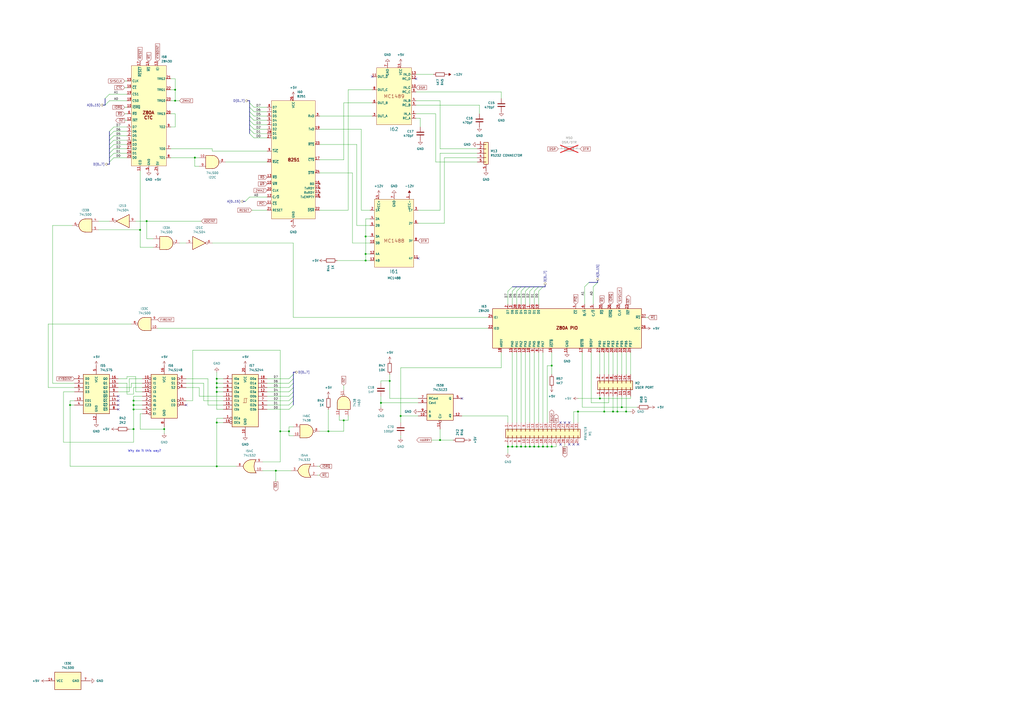
<source format=kicad_sch>
(kicad_sch (version 20250114) (generator "eeschema") (generator_version "9.0")
  (paper "A2")
  (text "Why do it this way?" (at 83.82 261.62 0) (effects (font (size 1.27 1.27))))
  (junction (at 125.73 270.51))
  (junction (at 358.14 238.76))
  (junction (at 363.22 238.76))
  (junction (at 125.73 222.25))
  (junction (at 40.64 234.95))
  (junction (at 125.73 219.71))
  (junction (at 160.02 273.05))
  (junction (at 350.52 238.76))
  (junction (at 347.98 231.14))
  (junction (at 212.09 151.13))
  (junction (at 320.04 259.08))
  (junction (at 309.88 259.08))
  (junction (at 125.73 224.79))
  (junction (at 81.28 133.35))
  (junction (at 77.47 234.95))
  (junction (at 232.41 241.3))
  (junction (at 220.98 233.68))
  (junction (at 314.96 259.08))
  (junction (at 113.03 91.44))
  (junction (at 167.64 250.19))
  (junction (at 302.26 259.08))
  (junction (at 162.56 250.19))
  (junction (at 304.8 259.08))
  (junction (at 307.34 259.08))
  (junction (at 77.47 237.49))
  (junction (at 85.09 128.27))
  (junction (at 360.68 236.22))
  (junction (at 101.6 58.42))
  (junction (at 226.06 220.98))
  (junction (at 101.6 52.07))
  (junction (at 320.04 212.09))
  (junction (at 255.27 255.27))
  (junction (at 212.09 147.32))
  (junction (at 95.25 248.92))
  (junction (at 212.09 137.16))
  (junction (at 77.47 248.92))
  (junction (at 190.5 250.19))
  (junction (at 317.5 259.08))
  (junction (at 355.6 238.76))
  (junction (at 77.47 232.41))
  (junction (at 125.73 227.33))
  (junction (at 125.73 245.11))
  (junction (at 312.42 259.08))
  (junction (at 199.39 243.84))
  (junction (at 297.18 259.08))
  (junction (at 335.28 238.76))
  (junction (at 299.72 259.08))
  (junction (at 294.64 259.08))
  (no_connect (at 330.2 257.81))
  (no_connect (at 242.57 149.86))
  (no_connect (at 68.58 234.95))
  (no_connect (at 335.28 257.81))
  (no_connect (at 241.3 45.72))
  (no_connect (at 68.58 229.87))
  (no_connect (at 267.97 231.14))
  (no_connect (at 327.66 245.11))
  (no_connect (at 215.9 44.45))
  (no_connect (at 107.95 234.95))
  (no_connect (at 330.2 245.11))
  (no_connect (at 325.12 257.81))
  (no_connect (at 68.58 232.41))
  (no_connect (at 332.74 257.81))
  (no_connect (at 325.12 245.11))
  (no_connect (at 68.58 237.49))
  (bus_entry (at 66.04 73.66) (size -2.54 2.54))
  (bus_entry (at 147.32 64.77) (size -2.54 -2.54))
  (bus_entry (at 147.32 72.39) (size -2.54 -2.54))
  (bus_entry (at 167.64 222.25) (size 2.54 -2.54))
  (bus_entry (at 344.17 166.37) (size 2.54 -2.54))
  (bus_entry (at 147.32 74.93) (size -2.54 -2.54))
  (bus_entry (at 147.32 69.85) (size -2.54 -2.54))
  (bus_entry (at 63.5 54.61) (size -2.54 2.54))
  (bus_entry (at 167.64 224.79) (size 2.54 -2.54))
  (bus_entry (at 66.04 88.9) (size -2.54 2.54))
  (bus_entry (at 66.04 86.36) (size -2.54 2.54))
  (bus_entry (at 167.64 229.87) (size 2.54 -2.54))
  (bus_entry (at 309.88 168.91) (size 2.54 -2.54))
  (bus_entry (at 66.04 83.82) (size -2.54 2.54))
  (bus_entry (at 307.34 168.91) (size 2.54 -2.54))
  (bus_entry (at 304.8 168.91) (size 2.54 -2.54))
  (bus_entry (at 147.32 67.31) (size -2.54 -2.54))
  (bus_entry (at 147.32 77.47) (size -2.54 -2.54))
  (bus_entry (at 144.78 114.3) (size -2.54 2.54))
  (bus_entry (at 147.32 62.23) (size -2.54 -2.54))
  (bus_entry (at 66.04 91.44) (size -2.54 2.54))
  (bus_entry (at 66.04 76.2) (size -2.54 2.54))
  (bus_entry (at 167.64 227.33) (size 2.54 -2.54))
  (bus_entry (at 167.64 234.95) (size 2.54 -2.54))
  (bus_entry (at 167.64 219.71) (size 2.54 -2.54))
  (bus_entry (at 294.64 168.91) (size 2.54 -2.54))
  (bus_entry (at 66.04 81.28) (size -2.54 2.54))
  (bus_entry (at 339.09 166.37) (size 2.54 -2.54))
  (bus_entry (at 167.64 237.49) (size 2.54 -2.54))
  (bus_entry (at 66.04 78.74) (size -2.54 2.54))
  (bus_entry (at 297.18 168.91) (size 2.54 -2.54))
  (bus_entry (at 63.5 58.42) (size -2.54 2.54))
  (bus_entry (at 167.64 232.41) (size 2.54 -2.54))
  (bus_entry (at 302.26 168.91) (size 2.54 -2.54))
  (bus_entry (at 312.42 168.91) (size 2.54 -2.54))
  (bus_entry (at 299.72 168.91) (size 2.54 -2.54))
  (bus_entry (at 147.32 80.01) (size -2.54 -2.54))
  (bus (pts (xy 170.18 215.9) (xy 170.18 217.17)))
  (wire (pts (xy 40.64 232.41) (xy 40.64 234.95)))
  (wire (pts (xy 125.73 224.79) (xy 129.54 224.79)))
  (wire (pts (xy 226.06 231.14) (xy 226.06 220.98)))
  (wire (pts (xy 299.72 176.53) (xy 299.72 168.91)))
  (wire (pts (xy 314.96 259.08) (xy 317.5 259.08)))
  (wire (pts (xy 73.66 81.28) (xy 66.04 81.28)))
  (wire (pts (xy 154.94 72.39) (xy 147.32 72.39)))
  (bus (pts (xy 170.18 217.17) (xy 170.18 219.71)))
  (wire (pts (xy 241.3 68.58) (xy 243.84 68.58)))
  (wire (pts (xy 241.3 66.04) (xy 252.73 66.04)))
  (bus (pts (xy 59.69 60.96) (xy 60.96 60.96)))
  (wire (pts (xy 312.42 259.08) (xy 314.96 259.08)))
  (wire (pts (xy 299.72 259.08) (xy 302.26 259.08)))
  (wire (pts (xy 115.57 229.87) (xy 129.54 229.87)))
  (wire (pts (xy 77.47 224.79) (xy 82.55 224.79)))
  (wire (pts (xy 91.44 190.5) (xy 283.21 190.5)))
  (bus (pts (xy 63.5 93.98) (xy 63.5 91.44)))
  (wire (pts (xy 88.9 143.51) (xy 81.28 143.51)))
  (wire (pts (xy 125.73 227.33) (xy 129.54 227.33)))
  (wire (pts (xy 304.8 257.81) (xy 304.8 259.08)))
  (wire (pts (xy 320.04 259.08) (xy 322.58 259.08)))
  (bus (pts (xy 63.5 88.9) (xy 63.5 86.36)))
  (wire (pts (xy 73.66 76.2) (xy 66.04 76.2)))
  (wire (pts (xy 78.74 227.33) (xy 82.55 227.33)))
  (wire (pts (xy 185.42 121.92) (xy 201.93 121.92)))
  (wire (pts (xy 232.41 213.36) (xy 290.83 213.36)))
  (wire (pts (xy 30.48 130.81) (xy 30.48 222.25)))
  (wire (pts (xy 369.57 236.22) (xy 360.68 236.22)))
  (wire (pts (xy 358.14 238.76) (xy 355.6 238.76)))
  (wire (pts (xy 360.68 236.22) (xy 337.82 236.22)))
  (wire (pts (xy 77.47 248.92) (xy 77.47 256.54)))
  (wire (pts (xy 304.8 176.53) (xy 304.8 168.91)))
  (wire (pts (xy 78.74 218.44) (xy 78.74 227.33)))
  (wire (pts (xy 73.66 58.42) (xy 63.5 58.42)))
  (wire (pts (xy 85.09 138.43) (xy 85.09 128.27)))
  (wire (pts (xy 355.6 204.47) (xy 355.6 217.17)))
  (wire (pts (xy 77.47 232.41) (xy 82.55 232.41)))
  (wire (pts (xy 111.76 232.41) (xy 111.76 203.2)))
  (wire (pts (xy 129.54 237.49) (xy 125.73 237.49)))
  (wire (pts (xy 154.94 227.33) (xy 167.64 227.33)))
  (wire (pts (xy 118.11 232.41) (xy 129.54 232.41)))
  (wire (pts (xy 154.94 229.87) (xy 167.64 229.87)))
  (wire (pts (xy 201.93 121.92) (xy 201.93 52.07)))
  (wire (pts (xy 302.26 257.81) (xy 302.26 259.08)))
  (wire (pts (xy 185.42 67.31) (xy 215.9 67.31)))
  (wire (pts (xy 95.25 248.92) (xy 95.25 251.46)))
  (wire (pts (xy 73.66 54.61) (xy 63.5 54.61)))
  (wire (pts (xy 347.98 229.87) (xy 347.98 231.14)))
  (wire (pts (xy 27.94 224.79) (xy 43.18 224.79)))
  (wire (pts (xy 307.34 204.47) (xy 307.34 245.11)))
  (wire (pts (xy 309.88 176.53) (xy 309.88 168.91)))
  (wire (pts (xy 297.18 259.08) (xy 299.72 259.08)))
  (wire (pts (xy 353.06 233.68) (xy 353.06 229.87)))
  (wire (pts (xy 74.93 219.71) (xy 82.55 219.71)))
  (wire (pts (xy 57.15 133.35) (xy 81.28 133.35)))
  (bus (pts (xy 309.88 166.37) (xy 307.34 166.37)))
  (wire (pts (xy 207.01 83.82) (xy 207.01 130.81)))
  (wire (pts (xy 154.94 219.71) (xy 167.64 219.71)))
  (bus (pts (xy 144.78 58.42) (xy 144.78 59.69)))
  (wire (pts (xy 299.72 204.47) (xy 299.72 245.11)))
  (wire (pts (xy 214.63 121.92) (xy 209.55 121.92)))
  (bus (pts (xy 144.78 74.93) (xy 144.78 77.47)))
  (wire (pts (xy 170.18 247.65) (xy 167.64 247.65)))
  (wire (pts (xy 154.94 64.77) (xy 147.32 64.77)))
  (wire (pts (xy 107.95 140.97) (xy 104.14 140.97)))
  (wire (pts (xy 204.47 140.97) (xy 204.47 100.33)))
  (bus (pts (xy 170.18 232.41) (xy 170.18 234.95)))
  (wire (pts (xy 154.94 232.41) (xy 167.64 232.41)))
  (wire (pts (xy 167.64 252.73) (xy 170.18 252.73)))
  (wire (pts (xy 118.11 222.25) (xy 118.11 232.41)))
  (wire (pts (xy 125.73 224.79) (xy 125.73 222.25)))
  (wire (pts (xy 337.82 236.22) (xy 337.82 204.47)))
  (bus (pts (xy 171.45 215.9) (xy 170.18 215.9)))
  (wire (pts (xy 302.26 176.53) (xy 302.26 168.91)))
  (wire (pts (xy 290.83 53.34) (xy 241.3 53.34)))
  (bus (pts (xy 140.97 116.84) (xy 142.24 116.84)))
  (wire (pts (xy 77.47 256.54) (xy 36.83 256.54)))
  (wire (pts (xy 317.5 212.09) (xy 320.04 212.09)))
  (wire (pts (xy 365.76 231.14) (xy 365.76 229.87)))
  (wire (pts (xy 125.73 237.49) (xy 125.73 227.33)))
  (wire (pts (xy 312.42 204.47) (xy 312.42 245.11)))
  (wire (pts (xy 107.95 224.79) (xy 115.57 224.79)))
  (wire (pts (xy 199.39 223.52) (xy 199.39 226.06)))
  (wire (pts (xy 335.28 231.14) (xy 347.98 231.14)))
  (wire (pts (xy 73.66 78.74) (xy 66.04 78.74)))
  (wire (pts (xy 125.73 222.25) (xy 125.73 219.71)))
  (wire (pts (xy 154.94 74.93) (xy 147.32 74.93)))
  (wire (pts (xy 74.93 227.33) (xy 74.93 219.71)))
  (wire (pts (xy 125.73 215.9) (xy 125.73 219.71)))
  (wire (pts (xy 57.15 128.27) (xy 63.5 128.27)))
  (wire (pts (xy 355.6 229.87) (xy 355.6 238.76)))
  (wire (pts (xy 190.5 250.19) (xy 199.39 250.19)))
  (bus (pts (xy 144.78 59.69) (xy 144.78 62.23)))
  (wire (pts (xy 154.94 77.47) (xy 147.32 77.47)))
  (wire (pts (xy 255.27 86.36) (xy 276.86 86.36)))
  (wire (pts (xy 111.76 203.2) (xy 162.56 203.2)))
  (wire (pts (xy 365.76 204.47) (xy 365.76 217.17)))
  (wire (pts (xy 332.74 238.76) (xy 332.74 245.11)))
  (wire (pts (xy 40.64 270.51) (xy 125.73 270.51)))
  (wire (pts (xy 358.14 204.47) (xy 358.14 217.17)))
  (wire (pts (xy 207.01 130.81) (xy 214.63 130.81)))
  (bus (pts (xy 63.5 91.44) (xy 63.5 88.9)))
  (wire (pts (xy 68.58 224.79) (xy 76.2 224.79)))
  (wire (pts (xy 232.41 241.3) (xy 232.41 213.36)))
  (wire (pts (xy 185.42 92.71) (xy 199.39 92.71)))
  (wire (pts (xy 242.57 121.92) (xy 255.27 121.92)))
  (wire (pts (xy 129.54 242.57) (xy 125.73 242.57)))
  (wire (pts (xy 322.58 257.81) (xy 322.58 259.08)))
  (wire (pts (xy 101.6 73.66) (xy 99.06 73.66)))
  (wire (pts (xy 251.46 43.18) (xy 241.3 43.18)))
  (wire (pts (xy 185.42 275.59) (xy 184.15 275.59)))
  (wire (pts (xy 327.66 259.08) (xy 327.66 257.81)))
  (wire (pts (xy 309.88 204.47) (xy 309.88 245.11)))
  (wire (pts (xy 160.02 273.05) (xy 168.91 273.05)))
  (wire (pts (xy 214.63 147.32) (xy 212.09 147.32)))
  (wire (pts (xy 72.39 50.8) (xy 73.66 50.8)))
  (wire (pts (xy 72.39 62.23) (xy 73.66 62.23)))
  (wire (pts (xy 320.04 257.81) (xy 320.04 259.08)))
  (wire (pts (xy 81.28 248.92) (xy 95.25 248.92)))
  (wire (pts (xy 95.25 248.92) (xy 95.25 247.65)))
  (wire (pts (xy 27.94 187.96) (xy 27.94 224.79)))
  (bus (pts (xy 304.8 166.37) (xy 302.26 166.37)))
  (wire (pts (xy 297.18 204.47) (xy 297.18 245.11)))
  (wire (pts (xy 375.92 184.15) (xy 374.65 184.15)))
  (wire (pts (xy 30.48 222.25) (xy 43.18 222.25)))
  (wire (pts (xy 363.22 204.47) (xy 363.22 217.17)))
  (wire (pts (xy 220.98 233.68) (xy 220.98 236.22)))
  (bus (pts (xy 170.18 229.87) (xy 170.18 232.41)))
  (wire (pts (xy 68.58 219.71) (xy 73.66 219.71)))
  (wire (pts (xy 294.64 241.3) (xy 294.64 245.11)))
  (wire (pts (xy 307.34 257.81) (xy 307.34 259.08)))
  (wire (pts (xy 154.94 224.79) (xy 167.64 224.79)))
  (wire (pts (xy 40.64 234.95) (xy 40.64 270.51)))
  (wire (pts (xy 82.55 229.87) (xy 77.47 229.87)))
  (wire (pts (xy 255.27 255.27) (xy 255.27 248.92)))
  (wire (pts (xy 201.93 243.84) (xy 199.39 243.84)))
  (wire (pts (xy 73.66 88.9) (xy 66.04 88.9)))
  (wire (pts (xy 99.06 86.36) (xy 123.19 86.36)))
  (wire (pts (xy 360.68 204.47) (xy 360.68 217.17)))
  (wire (pts (xy 160.02 279.4) (xy 160.02 273.05)))
  (wire (pts (xy 154.94 69.85) (xy 147.32 69.85)))
  (wire (pts (xy 365.76 238.76) (xy 363.22 238.76)))
  (wire (pts (xy 232.41 241.3) (xy 232.41 245.11)))
  (wire (pts (xy 190.5 237.49) (xy 190.5 250.19)))
  (wire (pts (xy 154.94 62.23) (xy 147.32 62.23)))
  (wire (pts (xy 125.73 245.11) (xy 125.73 270.51)))
  (wire (pts (xy 81.28 240.03) (xy 81.28 248.92)))
  (bus (pts (xy 302.26 166.37) (xy 299.72 166.37)))
  (bus (pts (xy 170.18 224.79) (xy 170.18 227.33)))
  (wire (pts (xy 99.06 66.04) (xy 101.6 66.04)))
  (wire (pts (xy 317.5 257.81) (xy 317.5 259.08)))
  (wire (pts (xy 242.57 129.54) (xy 257.81 129.54)))
  (wire (pts (xy 81.28 133.35) (xy 81.28 99.06)))
  (wire (pts (xy 73.66 228.6) (xy 77.47 228.6)))
  (wire (pts (xy 125.73 222.25) (xy 129.54 222.25)))
  (wire (pts (xy 363.22 238.76) (xy 358.14 238.76)))
  (wire (pts (xy 72.39 69.85) (xy 73.66 69.85)))
  (wire (pts (xy 309.88 257.81) (xy 309.88 259.08)))
  (bus (pts (xy 170.18 222.25) (xy 170.18 224.79)))
  (wire (pts (xy 154.94 80.01) (xy 147.32 80.01)))
  (wire (pts (xy 220.98 220.98) (xy 226.06 220.98)))
  (wire (pts (xy 342.9 233.68) (xy 353.06 233.68)))
  (wire (pts (xy 302.26 259.08) (xy 304.8 259.08)))
  (wire (pts (xy 242.57 241.3) (xy 232.41 241.3)))
  (bus (pts (xy 312.42 166.37) (xy 309.88 166.37)))
  (wire (pts (xy 123.19 140.97) (xy 170.18 140.97)))
  (wire (pts (xy 115.57 96.52) (xy 113.03 96.52)))
  (wire (pts (xy 162.56 250.19) (xy 162.56 267.97)))
  (wire (pts (xy 214.63 127) (xy 212.09 127)))
  (wire (pts (xy 125.73 219.71) (xy 129.54 219.71)))
  (wire (pts (xy 347.98 231.14) (xy 365.76 231.14)))
  (bus (pts (xy 144.78 72.39) (xy 144.78 74.93)))
  (wire (pts (xy 81.28 143.51) (xy 81.28 133.35)))
  (wire (pts (xy 77.47 237.49) (xy 77.47 248.92)))
  (wire (pts (xy 212.09 127) (xy 212.09 137.16)))
  (wire (pts (xy 82.55 240.03) (xy 81.28 240.03)))
  (wire (pts (xy 74.93 248.92) (xy 77.47 248.92)))
  (wire (pts (xy 115.57 224.79) (xy 115.57 229.87)))
  (wire (pts (xy 107.95 219.71) (xy 120.65 219.71)))
  (wire (pts (xy 267.97 241.3) (xy 294.64 241.3)))
  (bus (pts (xy 144.78 69.85) (xy 144.78 72.39)))
  (wire (pts (xy 101.6 45.72) (xy 101.6 52.07)))
  (wire (pts (xy 297.18 257.81) (xy 297.18 259.08)))
  (wire (pts (xy 154.94 87.63) (xy 123.19 87.63)))
  (wire (pts (xy 252.73 66.04) (xy 252.73 93.98)))
  (wire (pts (xy 125.73 245.11) (xy 129.54 245.11)))
  (bus (pts (xy 170.18 227.33) (xy 170.18 229.87)))
  (bus (pts (xy 62.23 95.25) (xy 63.5 95.25)))
  (wire (pts (xy 40.64 234.95) (xy 43.18 234.95)))
  (wire (pts (xy 77.47 234.95) (xy 82.55 234.95)))
  (bus (pts (xy 63.5 83.82) (xy 63.5 81.28)))
  (wire (pts (xy 220.98 229.87) (xy 220.98 233.68)))
  (wire (pts (xy 299.72 257.81) (xy 299.72 259.08)))
  (bus (pts (xy 346.71 163.83) (xy 341.63 163.83)))
  (wire (pts (xy 185.42 270.51) (xy 184.15 270.51)))
  (wire (pts (xy 304.8 259.08) (xy 307.34 259.08)))
  (wire (pts (xy 76.2 224.79) (xy 76.2 222.25)))
  (wire (pts (xy 226.06 217.17) (xy 226.06 220.98)))
  (wire (pts (xy 130.81 93.98) (xy 154.94 93.98)))
  (bus (pts (xy 144.78 67.31) (xy 144.78 69.85)))
  (bus (pts (xy 314.96 166.37) (xy 312.42 166.37)))
  (wire (pts (xy 36.83 256.54) (xy 36.83 227.33)))
  (wire (pts (xy 320.04 212.09) (xy 320.04 217.17)))
  (wire (pts (xy 101.6 52.07) (xy 101.6 58.42)))
  (wire (pts (xy 170.18 140.97) (xy 170.18 184.15)))
  (wire (pts (xy 262.89 255.27) (xy 255.27 255.27)))
  (wire (pts (xy 113.03 96.52) (xy 113.03 91.44)))
  (wire (pts (xy 294.64 259.08) (xy 297.18 259.08)))
  (wire (pts (xy 99.06 45.72) (xy 101.6 45.72)))
  (wire (pts (xy 123.19 87.63) (xy 123.19 86.36)))
  (bus (pts (xy 316.23 166.37) (xy 314.96 166.37)))
  (bus (pts (xy 63.5 81.28) (xy 63.5 78.74)))
  (wire (pts (xy 255.27 58.42) (xy 255.27 86.36)))
  (wire (pts (xy 339.09 176.53) (xy 339.09 166.37)))
  (wire (pts (xy 242.57 231.14) (xy 226.06 231.14)))
  (wire (pts (xy 199.39 59.69) (xy 215.9 59.69)))
  (wire (pts (xy 307.34 259.08) (xy 309.88 259.08)))
  (wire (pts (xy 335.28 238.76) (xy 335.28 245.11)))
  (wire (pts (xy 72.39 66.04) (xy 73.66 66.04)))
  (wire (pts (xy 99.06 52.07) (xy 101.6 52.07)))
  (wire (pts (xy 294.64 257.81) (xy 294.64 259.08)))
  (wire (pts (xy 278.13 60.96) (xy 278.13 66.04)))
  (wire (pts (xy 214.63 140.97) (xy 204.47 140.97)))
  (wire (pts (xy 154.94 222.25) (xy 167.64 222.25)))
  (wire (pts (xy 73.66 83.82) (xy 66.04 83.82)))
  (wire (pts (xy 320.04 212.09) (xy 320.04 204.47)))
  (wire (pts (xy 199.39 92.71) (xy 199.39 59.69)))
  (wire (pts (xy 335.28 238.76) (xy 332.74 238.76)))
  (wire (pts (xy 185.42 83.82) (xy 207.01 83.82)))
  (wire (pts (xy 294.64 259.08) (xy 294.64 262.89)))
  (bus (pts (xy 60.96 60.96) (xy 60.96 57.15)))
  (wire (pts (xy 68.58 222.25) (xy 73.66 222.25)))
  (wire (pts (xy 73.66 219.71) (xy 73.66 218.44)))
  (bus (pts (xy 316.23 165.1) (xy 316.23 166.37)))
  (wire (pts (xy 162.56 250.19) (xy 167.64 250.19)))
  (wire (pts (xy 125.73 270.51) (xy 137.16 270.51)))
  (wire (pts (xy 317.5 245.11) (xy 317.5 212.09)))
  (wire (pts (xy 201.93 241.3) (xy 201.93 243.84)))
  (wire (pts (xy 154.94 67.31) (xy 147.32 67.31)))
  (wire (pts (xy 146.05 121.92) (xy 154.94 121.92)))
  (bus (pts (xy 63.5 95.25) (xy 63.5 93.98)))
  (wire (pts (xy 243.84 68.58) (xy 243.84 73.66)))
  (wire (pts (xy 77.47 228.6) (xy 77.47 224.79)))
  (bus (pts (xy 144.78 62.23) (xy 144.78 64.77)))
  (wire (pts (xy 314.96 204.47) (xy 314.96 245.11)))
  (wire (pts (xy 204.47 100.33) (xy 185.42 100.33)))
  (wire (pts (xy 77.47 229.87) (xy 77.47 232.41)))
  (wire (pts (xy 125.73 242.57) (xy 125.73 245.11)))
  (wire (pts (xy 344.17 176.53) (xy 344.17 166.37)))
  (wire (pts (xy 314.96 257.81) (xy 314.96 259.08)))
  (wire (pts (xy 41.91 130.81) (xy 30.48 130.81)))
  (bus (pts (xy 299.72 166.37) (xy 297.18 166.37)))
  (wire (pts (xy 43.18 232.41) (xy 40.64 232.41)))
  (wire (pts (xy 85.09 128.27) (xy 78.74 128.27)))
  (wire (pts (xy 73.66 218.44) (xy 78.74 218.44)))
  (wire (pts (xy 257.81 91.44) (xy 276.86 91.44)))
  (wire (pts (xy 309.88 259.08) (xy 312.42 259.08)))
  (wire (pts (xy 199.39 250.19) (xy 199.39 243.84)))
  (wire (pts (xy 120.65 234.95) (xy 129.54 234.95)))
  (wire (pts (xy 73.66 73.66) (xy 66.04 73.66)))
  (bus (pts (xy 346.71 162.56) (xy 346.71 163.83)))
  (wire (pts (xy 185.42 250.19) (xy 190.5 250.19)))
  (wire (pts (xy 154.94 234.95) (xy 167.64 234.95)))
  (wire (pts (xy 170.18 184.15) (xy 283.21 184.15)))
  (wire (pts (xy 101.6 66.04) (xy 101.6 73.66)))
  (wire (pts (xy 232.41 252.73) (xy 232.41 254)))
  (wire (pts (xy 212.09 147.32) (xy 212.09 151.13)))
  (wire (pts (xy 250.19 255.27) (xy 255.27 255.27)))
  (wire (pts (xy 347.98 204.47) (xy 347.98 217.17)))
  (wire (pts (xy 255.27 121.92) (xy 255.27 88.9)))
  (wire (pts (xy 73.66 86.36) (xy 66.04 86.36)))
  (wire (pts (xy 290.83 213.36) (xy 290.83 204.47)))
  (wire (pts (xy 160.02 273.05) (xy 152.4 273.05)))
  (wire (pts (xy 196.85 243.84) (xy 196.85 241.3)))
  (wire (pts (xy 220.98 233.68) (xy 242.57 233.68)))
  (wire (pts (xy 353.06 204.47) (xy 353.06 217.17)))
  (wire (pts (xy 99.06 58.42) (xy 101.6 58.42)))
  (wire (pts (xy 167.64 247.65) (xy 167.64 250.19)))
  (wire (pts (xy 209.55 74.93) (xy 185.42 74.93)))
  (wire (pts (xy 304.8 204.47) (xy 304.8 245.11)))
  (wire (pts (xy 212.09 137.16) (xy 212.09 147.32)))
  (bus (pts (xy 143.51 58.42) (xy 144.78 58.42)))
  (wire (pts (xy 363.22 229.87) (xy 363.22 238.76)))
  (wire (pts (xy 342.9 204.47) (xy 342.9 233.68)))
  (wire (pts (xy 195.58 151.13) (xy 212.09 151.13)))
  (wire (pts (xy 68.58 227.33) (xy 74.93 227.33)))
  (wire (pts (xy 199.39 243.84) (xy 196.85 243.84)))
  (wire (pts (xy 317.5 259.08) (xy 320.04 259.08)))
  (wire (pts (xy 72.39 46.99) (xy 73.66 46.99)))
  (wire (pts (xy 73.66 222.25) (xy 73.66 228.6)))
  (wire (pts (xy 113.03 91.44) (xy 115.57 91.44)))
  (wire (pts (xy 214.63 137.16) (xy 212.09 137.16)))
  (wire (pts (xy 120.65 219.71) (xy 120.65 234.95)))
  (wire (pts (xy 294.64 176.53) (xy 294.64 168.91)))
  (wire (pts (xy 252.73 93.98) (xy 276.86 93.98)))
  (wire (pts (xy 73.66 91.44) (xy 66.04 91.44)))
  (wire (pts (xy 101.6 58.42) (xy 104.14 58.42)))
  (wire (pts (xy 76.2 222.25) (xy 82.55 222.25)))
  (bus (pts (xy 307.34 166.37) (xy 304.8 166.37)))
  (wire (pts (xy 107.95 222.25) (xy 118.11 222.25)))
  (bus (pts (xy 170.18 219.71) (xy 170.18 222.25)))
  (bus (pts (xy 63.5 78.74) (xy 63.5 76.2)))
  (wire (pts (xy 209.55 121.92) (xy 209.55 74.93)))
  (wire (pts (xy 312.42 176.53) (xy 312.42 168.91)))
  (wire (pts (xy 290.83 57.15) (xy 290.83 53.34)))
  (bus (pts (xy 144.78 64.77) (xy 144.78 67.31)))
  (wire (pts (xy 99.06 91.44) (xy 113.03 91.44)))
  (wire (pts (xy 201.93 52.07) (xy 215.9 52.07)))
  (wire (pts (xy 77.47 232.41) (xy 77.47 234.95)))
  (wire (pts (xy 125.73 227.33) (xy 125.73 224.79)))
  (wire (pts (xy 77.47 234.95) (xy 77.47 237.49)))
  (wire (pts (xy 355.6 238.76) (xy 350.52 238.76)))
  (wire (pts (xy 36.83 227.33) (xy 43.18 227.33)))
  (wire (pts (xy 360.68 229.87) (xy 360.68 236.22)))
  (wire (pts (xy 220.98 222.25) (xy 220.98 220.98)))
  (wire (pts (xy 76.2 187.96) (xy 27.94 187.96)))
  (bus (pts (xy 63.5 86.36) (xy 63.5 83.82)))
  (wire (pts (xy 307.34 176.53) (xy 307.34 168.91)))
  (wire (pts (xy 297.18 176.53) (xy 297.18 168.91)))
  (wire (pts (xy 350.52 229.87) (xy 350.52 238.76)))
  (wire (pts (xy 241.3 58.42) (xy 255.27 58.42)))
  (wire (pts (xy 88.9 138.43) (xy 85.09 138.43)))
  (wire (pts (xy 302.26 204.47) (xy 302.26 245.11)))
  (wire (pts (xy 255.27 88.9) (xy 276.86 88.9)))
  (wire (pts (xy 350.52 204.47) (xy 350.52 217.17)))
  (wire (pts (xy 358.14 229.87) (xy 358.14 238.76)))
  (wire (pts (xy 116.84 128.27) (xy 85.09 128.27)))
  (wire (pts (xy 312.42 257.81) (xy 312.42 259.08)))
  (wire (pts (xy 257.81 129.54) (xy 257.81 91.44)))
  (wire (pts (xy 162.56 203.2) (xy 162.56 250.19)))
  (wire (pts (xy 335.28 238.76) (xy 350.52 238.76)))
  (wire (pts (xy 167.64 250.19) (xy 167.64 252.73)))
  (wire (pts (xy 154.94 237.49) (xy 167.64 237.49)))
  (wire (pts (xy 77.47 237.49) (xy 82.55 237.49)))
  (wire (pts (xy 212.09 151.13) (xy 214.63 151.13)))
  (wire (pts (xy 241.3 60.96) (xy 278.13 60.96)))
  (wire (pts (xy 162.56 267.97) (xy 152.4 267.97)))
  (wire (pts (xy 107.95 232.41) (xy 111.76 232.41)))
  (wire (pts (xy 154.94 114.3) (xy 144.78 114.3)))
  (label "D4" (at 148.59 69.85 0))
  (label "D6" (at 148.59 64.77 0))
  (label "D6" (at 161.29 222.25 180))
  (label "D5" (at 148.59 67.31 0))
  (label "D3" (at 304.8 170.18 270))
  (label "D1" (at 309.88 170.18 270))
  (label "D3" (at 148.59 72.39 0))
  (label "D7" (at 161.29 219.71 180))
  (label "D6" (at 297.18 170.18 270))
  (label "D3" (at 67.31 83.82 0))
  (label "D2" (at 307.34 170.18 270))
  (label "D0" (at 148.59 80.01 0))
  (label "D6" (at 67.31 76.2 0))
  (label "A1" (at 339.09 171.45 90))
  (label "D4" (at 161.29 227.33 180))
  (label "D5" (at 299.72 170.18 270))
  (label "A0" (at 68.58 58.42 180))
  (label "D2" (at 161.29 232.41 180))
  (label "D7" (at 294.64 170.18 270))
  (label "A0" (at 149.86 114.3 180))
  (label "D0" (at 67.31 91.44 0))
  (label "D0" (at 312.42 170.18 270))
  (label "D1" (at 148.59 77.47 0))
  (label "D5" (at 161.29 224.79 180))
  (label "A1" (at 68.58 54.61 180))
  (label "D7" (at 67.31 73.66 0))
  (label "D4" (at 67.31 81.28 0))
  (label "D7" (at 148.59 62.23 0))
  (label "D1" (at 67.31 88.9 0))
  (label "D2" (at 148.59 74.93 0))
  (label "D1" (at 161.29 234.95 180))
  (label "A0" (at 344.17 171.45 90))
  (label "D0" (at 161.29 237.49 180))
  (label "D3" (at 161.29 229.87 180))
  (label "D2" (at 67.31 86.36 0))
  (label "D4" (at 302.26 170.18 270))
  (label "D5" (at 67.31 78.74 0))
  (global_label "FIREINT" (shape input) (at 91.44 185.42 0) (property "Intersheetrefs" "${INTERSHEET_REFS}" (effects (hide yes))))
  (global_label "~{INT}" (shape output) (at 364.49 176.53 90) (property "Intersheetrefs" "${INTERSHEET_REFS}" (effects (hide yes))))
  (global_label "~{IORQ}" (shape input) (at 354.33 176.53 90) (property "Intersheetrefs" "${INTERSHEET_REFS}" (effects (hide yes))))
  (global_label "DSR" (shape input) (at 323.85 86.36 180) (property "Intersheetrefs" "${INTERSHEET_REFS}" (effects (hide yes))))
  (global_label "~{ERR}" (shape output) (at 327.66 259.08 270) (property "Intersheetrefs" "${INTERSHEET_REFS}" (effects (hide yes))))
  (global_label "BUSY" (shape output) (at 320.04 245.11 90) (property "Intersheetrefs" "${INTERSHEET_REFS}" (effects (hide yes))))
  (global_label "RESET" (shape input) (at 146.05 121.92 180) (property "Intersheetrefs" "${INTERSHEET_REFS}" (effects (hide yes))))
  (global_label "~{RESET}" (shape input) (at 81.28 35.56 90) (property "Intersheetrefs" "${INTERSHEET_REFS}" (effects (hide yes))))
  (global_label "~{WR}" (shape input) (at 154.94 106.68 180) (property "Intersheetrefs" "${INTERSHEET_REFS}" (effects (hide yes))))
  (global_label "~{INA}" (shape output) (at 160.02 279.4 270) (property "Intersheetrefs" "${INTERSHEET_REFS}" (effects (hide yes))))
  (global_label "~{M1}" (shape input) (at 86.36 35.56 90) (property "Intersheetrefs" "${INTERSHEET_REFS}" (effects (hide yes))))
  (global_label "~{KYBDINT}" (shape input) (at 43.18 219.71 180) (property "Intersheetrefs" "${INTERSHEET_REFS}" (effects (hide yes))))
  (global_label "PE" (shape output) (at 322.58 245.11 90) (property "Intersheetrefs" "${INTERSHEET_REFS}" (effects (hide yes))))
  (global_label "~{IORQ}" (shape input) (at 185.42 270.51 0) (property "Intersheetrefs" "${INTERSHEET_REFS}" (effects (hide yes))))
  (global_label "DSR" (shape input) (at 241.3 50.8 0) (property "Intersheetrefs" "${INTERSHEET_REFS}" (effects (hide yes))))
  (global_label "~{KYBDINT}" (shape input) (at 91.44 35.56 90) (property "Intersheetrefs" "${INTERSHEET_REFS}" (effects (hide yes))))
  (global_label "~{RD}" (shape input) (at 72.39 66.04 180) (property "Intersheetrefs" "${INTERSHEET_REFS}" (effects (hide yes))))
  (global_label "~{INT}" (shape input) (at 199.39 223.52 90) (property "Intersheetrefs" "${INTERSHEET_REFS}" (effects (hide yes))))
  (global_label "~{M1}" (shape input) (at 375.92 184.15 0) (property "Intersheetrefs" "${INTERSHEET_REFS}" (effects (hide yes))))
  (global_label "HARRY" (shape output) (at 250.19 255.27 180) (property "Intersheetrefs" "${INTERSHEET_REFS}" (effects (hide yes))))
  (global_label "~{PCI}" (shape input) (at 154.94 118.11 180) (property "Intersheetrefs" "${INTERSHEET_REFS}" (effects (hide yes))))
  (global_label "~{RD}" (shape input) (at 154.94 102.87 180) (property "Intersheetrefs" "${INTERSHEET_REFS}" (effects (hide yes))))
  (global_label "2MHZ" (shape input) (at 104.14 58.42 0) (property "Intersheetrefs" "${INTERSHEET_REFS}" (effects (hide yes))))
  (global_label "SYSCLK" (shape input) (at 359.41 176.53 90) (property "Intersheetrefs" "${INTERSHEET_REFS}" (effects (hide yes))))
  (global_label "~{ADCINT}" (shape input) (at 116.84 128.27 0) (property "Intersheetrefs" "${INTERSHEET_REFS}" (effects (hide yes))))
  (global_label "~{INT}" (shape output) (at 72.39 69.85 180) (property "Intersheetrefs" "${INTERSHEET_REFS}" (effects (hide yes))))
  (global_label "2MHZ" (shape input) (at 154.94 110.49 180) (property "Intersheetrefs" "${INTERSHEET_REFS}" (effects (hide yes))))
  (global_label "~{M1}" (shape input) (at 185.42 275.59 0) (property "Intersheetrefs" "${INTERSHEET_REFS}" (effects (hide yes))))
  (global_label "~{RD}" (shape input) (at 349.25 176.53 90) (property "Intersheetrefs" "${INTERSHEET_REFS}" (effects (hide yes))))
  (global_label "SYSCLK" (shape input) (at 72.39 46.99 180) (property "Intersheetrefs" "${INTERSHEET_REFS}" (effects (hide yes))))
  (global_label "DTR" (shape input) (at 242.57 139.7 0) (property "Intersheetrefs" "${INTERSHEET_REFS}" (effects (hide yes))))
  (global_label "DTR" (shape input) (at 336.55 86.36 0) (property "Intersheetrefs" "${INTERSHEET_REFS}" (effects (hide yes))))
  (global_label "~{IORQ}" (shape input) (at 72.39 62.23 180) (property "Intersheetrefs" "${INTERSHEET_REFS}" (effects (hide yes))))
  (global_label "~{PIO}" (shape input) (at 334.01 176.53 90) (property "Intersheetrefs" "${INTERSHEET_REFS}" (effects (hide yes))))
  (global_label "~{CTC}" (shape input) (at 72.39 50.8 180) (property "Intersheetrefs" "${INTERSHEET_REFS}" (effects (hide yes))))
  (hierarchical_label "A[0..15]" (shape output) (at 140.97 116.84 180))
  (hierarchical_label "D[0..7]" (shape output) (at 143.51 58.42 180))
  (hierarchical_label "A[0..15]" (shape output) (at 59.69 60.96 180))
  (hierarchical_label "D[0..7]" (shape output) (at 62.23 95.25 180))
  (hierarchical_label "D[0..7]" (shape output) (at 171.45 215.9 0))
  (hierarchical_label "D[0..7]" (shape output) (at 316.23 165.1 90))
  (hierarchical_label "A[0..15]" (shape output) (at 346.71 162.56 90))
  (symbol (lib_id "Connector_Generic:Conn_02x01") (at 328.93 86.36 0) (unit 1) (in_bom no) (dnp yes)
    (property "Reference" "M50" (at 330.2 80.01 0))
    (property "Value" "DSR/DTR" (at 330.2 82.55 0))
    (property "Footprint" "Einstein:C_Disc_10.16mm" (effects (hide yes)))
    (property "Description" "Generic connector, double row, 02x01, this symbol is compatible with counter-clockwise, top-bottom and odd-even numbering schemes., script generated (kicad-library-utils/schlib/autogen/connector/)" (effects (hide yes)))
  )
  (symbol (lib_id "Device:R") (at 373.38 236.22 270) (unit 1)
    (property "Reference" "R58" (at 372.1099 233.68 0) (effects (justify right)))
    (property "Value" "4K7" (at 374.65 233.68 0) (effects (justify right)))
    (property "Footprint" "Einstein:Resistor 12.70mm" (effects (hide yes)))
    (property "Description" "Resistor" (effects (hide yes)))
  )
  (symbol (lib_id "power:GND") (at 228.6 113.03 180) (unit 1)
    (property "Reference" "#PWR0132" (effects (hide yes)))
    (property "Value" "GND" (at 228.6 107.95 0))
    (property "Description" "Power symbol creates a global label with name \"GND\" , ground" (effects (hide yes)))
  )
  (symbol (lib_id "power:+5V") (at 55.88 212.09 0) (unit 1)
    (property "Reference" "#PWR0118" (effects (hide yes)))
    (property "Value" "+5V" (at 55.88 207.01 0))
    (property "Description" "Power symbol creates a global label with name \"+5V\"" (effects (hide yes)))
  )
  (symbol (lib_id "power:+12V") (at 219.71 113.03 0) (unit 1)
    (property "Reference" "#PWR0135" (effects (hide yes)))
    (property "Value" "+12V" (at 219.71 107.95 0))
    (property "Description" "Power symbol creates a global label with name \"+12V\"" (effects (hide yes)))
  )
  (symbol (lib_id "Einstein:MC1488") (at 228.6 135.89 0) (mirror x) (unit 1)
    (property "Reference" "I61" (at 228.6 157.48 0) (effects (font (size 2 2))))
    (property "Value" "MC1488" (at 228.6 161.29 0))
    (property "Footprint" "Einstein:DIP-14_W7.62mm" (effects (hide yes)))
  )
  (symbol (lib_id "power:+5V") (at 377.19 236.22 270) (mirror x) (unit 1)
    (property "Reference" "#PWR0149" (effects (hide yes)))
    (property "Value" "+5V" (at 381 236.2199 90) (effects (justify left)))
    (property "Description" "Power symbol creates a global label with name \"+5V\"" (effects (hide yes)))
  )
  (symbol (lib_id "Einstein:DIN_SERIAL_6") (at 281.94 88.9 0) (unit 1)
    (property "Reference" "M13" (at 284.48 87.6299 0) (effects (justify left)))
    (property "Value" "RS232 CONNECTOR" (at 284.48 90.1699 0) (effects (justify left)))
    (property "Footprint" "Einstein:DIN5_DOMINO" (effects (hide yes)))
  )
  (symbol (lib_id "74xx:74LS00") (at 49.53 130.81 0) (mirror y) (unit 2)
    (property "Reference" "I33" (at 49.5383 121.92 0))
    (property "Value" "74LS00" (at 49.5383 124.46 0))
    (property "Footprint" "Einstein:DIP-14_W7.62mm" (effects (hide yes)))
    (property "Datasheet" "http://www.ti.com/lit/gpn/sn74ls00" (effects (hide yes)))
    (property "Description" "quad 2-input NAND gate" (effects (hide yes)))
  )
  (symbol (lib_id "74xx:74LS75") (at 55.88 227.33 0) (unit 1)
    (property "Reference" "I55" (at 58.0233 212.09 0) (effects (justify left)))
    (property "Value" "74LS75" (at 58.0233 214.63 0) (effects (justify left)))
    (property "Footprint" "Einstein:DIP-16_W7.62mm" (effects (hide yes)))
    (property "Datasheet" "http://www.ti.com/lit/gpn/sn74LS75" (effects (hide yes)))
    (property "Description" "4-bit Latch" (effects (hide yes)))
  )
  (symbol (lib_id "74xx:74LS00") (at 96.52 140.97 0) (unit 1)
    (property "Reference" "I33" (at 96.5117 132.08 0))
    (property "Value" "74LS00" (at 96.5117 134.62 0))
    (property "Footprint" "Einstein:DIP-14_W7.62mm" (effects (hide yes)))
    (property "Datasheet" "http://www.ti.com/lit/gpn/sn74ls00" (effects (hide yes)))
    (property "Description" "quad 2-input NAND gate" (effects (hide yes)))
  )
  (symbol (lib_id "74xx:74LS00") (at 123.19 93.98 0) (mirror x) (unit 3)
    (property "Reference" "I22" (at 123.1817 102.87 0))
    (property "Value" "74LS00" (at 123.1817 100.33 0))
    (property "Footprint" "Einstein:DIP-14_W7.62mm" (effects (hide yes)))
    (property "Datasheet" "http://www.ti.com/lit/gpn/sn74ls00" (effects (hide yes)))
    (property "Description" "quad 2-input NAND gate" (effects (hide yes)))
  )
  (symbol (lib_id "Device:R") (at 266.7 255.27 270) (unit 1)
    (property "Reference" "R46" (at 267.9701 252.73 0) (effects (justify right)))
    (property "Value" "2K2" (at 265.4301 252.73 0) (effects (justify right)))
    (property "Footprint" "Einstein:Resistor 12.70mm" (effects (hide yes)))
    (property "Description" "Resistor" (effects (hide yes)))
  )
  (symbol (lib_id "power:GND") (at 242.57 238.76 270) (unit 1)
    (property "Reference" "#PWR0143" (effects (hide yes)))
    (property "Value" "GND" (at 238.76 238.7599 90) (effects (justify right)))
    (property "Description" "Power symbol creates a global label with name \"GND\" , ground" (effects (hide yes)))
  )
  (symbol (lib_id "Device:R") (at 320.04 220.98 180) (unit 1)
    (property "Reference" "R57" (at 322.58 219.7099 0) (effects (justify right)))
    (property "Value" "4K7" (at 322.58 222.25 0) (effects (justify right)))
    (property "Footprint" "Einstein:Resistor 12.70mm" (effects (hide yes)))
    (property "Description" "Resistor" (effects (hide yes)))
  )
  (symbol (lib_id "power:GND") (at 365.76 238.76 90) (unit 1)
    (property "Reference" "#PWR0142" (effects (hide yes)))
    (property "Value" "GND" (at 369.57 238.7599 90) (effects (justify right)))
    (property "Description" "Power symbol creates a global label with name \"GND\" , ground" (effects (hide yes)))
  )
  (symbol (lib_id "Connector_Generic:Conn_02x08_Odd_Even") (at 355.6 224.79 90) (unit 1)
    (property "Reference" "M2" (at 368.3 222.25 90) (effects (justify right)))
    (property "Value" "USER PORT" (at 368.3 224.79 90) (effects (justify right)))
    (property "Footprint" "Einstein:M2 PinHeader_2x08_P2.54mm" (effects (hide yes)))
    (property "Description" "Generic connector, double row, 02x08, odd/even pin numbering scheme (row 1 odd numbers, row 2 even numbers), script generated (kicad-library-utils/schlib/autogen/connector/)" (effects (hide yes)))
  )
  (symbol (lib_id "power:GND") (at 142.24 252.73 0) (unit 1)
    (property "Reference" "#PWR0124" (effects (hide yes)))
    (property "Value" "GND" (at 142.24 257.81 0))
    (property "Description" "Power symbol creates a global label with name \"GND\" , ground" (effects (hide yes)))
  )
  (symbol (lib_id "power:GND") (at 86.36 99.06 0) (unit 1)
    (property "Reference" "#PWR0115" (effects (hide yes)))
    (property "Value" "GND" (at 86.36 104.14 0))
    (property "Description" "Power symbol creates a global label with name \"GND\" , ground" (effects (hide yes)))
  )
  (symbol (lib_id "power:GND") (at 55.88 245.11 0) (unit 1)
    (property "Reference" "#PWR0119" (effects (hide yes)))
    (property "Value" "GND" (at 55.88 250.19 0))
    (property "Description" "Power symbol creates a global label with name \"GND\" , ground" (effects (hide yes)))
  )
  (symbol (lib_id "power:+5V") (at 26.67 394.97 90) (unit 1)
    (property "Reference" "#PWR0116" (effects (hide yes)))
    (property "Value" "+5V" (at 22.86 394.9699 90) (effects (justify left)))
    (property "Description" "Power symbol creates a global label with name \"+5V\"" (effects (hide yes)))
  )
  (symbol (lib_id "power:GND") (at 276.86 83.82 270) (unit 1)
    (property "Reference" "#PWR0130" (effects (hide yes)))
    (property "Value" "GND" (at 273.05 83.8199 90) (effects (justify right)))
    (property "Description" "Power symbol creates a global label with name \"GND\" , ground" (effects (hide yes)))
  )
  (symbol (lib_id "74xx:74LS244") (at 142.24 232.41 0) (unit 1)
    (property "Reference" "I57" (at 144.3833 212.09 0) (effects (justify left)))
    (property "Value" "74LS244" (at 144.3833 214.63 0) (effects (justify left)))
    (property "Footprint" "Einstein:DIP-20_W7.62mm" (effects (hide yes)))
    (property "Datasheet" "http://www.ti.com/lit/ds/symlink/sn74ls244.pdf" (effects (hide yes)))
    (property "Description" "Octal Buffer and Line Driver With 3-State Output, active-low enables, non-inverting outputs" (effects (hide yes)))
  )
  (symbol (lib_id "74xx:74LS38") (at 177.8 250.19 0) (unit 3)
    (property "Reference" "I46" (at 177.7917 241.3 0))
    (property "Value" "7438" (at 177.7917 243.84 0))
    (property "Footprint" "Einstein:DIP-14_W7.62mm" (effects (hide yes)))
    (property "Datasheet" "http://www.ti.com/lit/gpn/sn74LS38" (effects (hide yes)))
    (property "Description" "Quad Buffer 2-input NAND Open collector" (effects (hide yes)))
  )
  (symbol (lib_id "power:GND") (at 243.84 81.28 0) (unit 1)
    (property "Reference" "#PWR0134" (effects (hide yes)))
    (property "Value" "GND" (at 243.84 86.36 0))
    (property "Description" "Power symbol creates a global label with name \"GND\" , ground" (effects (hide yes)))
  )
  (symbol (lib_id "power:+5V") (at 170.18 55.88 0) (unit 1)
    (property "Reference" "#PWR0127" (effects (hide yes)))
    (property "Value" "+5V" (at 170.18 50.8 0))
    (property "Description" "Power symbol creates a global label with name \"+5V\"" (effects (hide yes)))
  )
  (symbol (lib_id "74xx:74LS00") (at 39.37 394.97 90) (unit 5)
    (property "Reference" "I33" (at 39.37 384.81 90))
    (property "Value" "74LS00" (at 39.37 387.35 90))
    (property "Footprint" "Einstein:DIP-14_W7.62mm" (effects (hide yes)))
    (property "Datasheet" "http://www.ti.com/lit/gpn/sn74ls00" (effects (hide yes)))
    (property "Description" "quad 2-input NAND gate" (effects (hide yes)))
  )
  (symbol (lib_id "power:GND") (at 220.98 236.22 0) (unit 1)
    (property "Reference" "#PWR0262" (effects (hide yes)))
    (property "Value" "GND" (at 220.98 241.3 0))
    (property "Description" "Power symbol creates a global label with name \"GND\" , ground" (effects (hide yes)))
  )
  (symbol (lib_id "power:GND") (at 328.93 204.47 0) (unit 1)
    (property "Reference" "#PWR0147" (effects (hide yes)))
    (property "Value" "GND" (at 328.93 209.55 0))
    (property "Description" "Power symbol creates a global label with name \"GND\" , ground" (effects (hide yes)))
  )
  (symbol (lib_id "Device:C") (at 278.13 69.85 0) (unit 1)
    (property "Reference" "C16" (at 274.32 68.5799 0) (effects (justify right)))
    (property "Value" "470pF" (at 274.32 71.1199 0) (effects (justify right)))
    (property "Footprint" "Einstein:C_Disc_12.7mm" (effects (hide yes)))
    (property "Description" "Unpolarized capacitor" (effects (hide yes)))
  )
  (symbol (lib_id "power:GND") (at 294.64 262.89 0) (unit 1)
    (property "Reference" "#PWR0141" (effects (hide yes)))
    (property "Value" "GND" (at 294.64 267.97 0))
    (property "Description" "Power symbol creates a global label with name \"GND\" , ground" (effects (hide yes)))
  )
  (symbol (lib_id "power:GND") (at 232.41 254 0) (unit 1)
    (property "Reference" "#PWR0269" (effects (hide yes)))
    (property "Value" "GND" (at 232.41 259.08 0))
    (property "Description" "Power symbol creates a global label with name \"GND\" , ground" (effects (hide yes)))
  )
  (symbol (lib_id "Device:C") (at 220.98 226.06 0) (unit 1)
    (property "Reference" "C18" (at 217.17 224.7899 0) (effects (justify right)))
    (property "Value" "1nF" (at 217.17 227.3299 0) (effects (justify right)))
    (property "Footprint" "Einstein:C_Disc_12.7mm" (effects (hide yes)))
    (property "Description" "Unpolarized capacitor" (effects (hide yes)))
  )
  (symbol (lib_id "Device:R") (at 191.77 151.13 90) (unit 1)
    (property "Reference" "R44" (at 190.4999 153.67 0) (effects (justify right)))
    (property "Value" "1K" (at 193.0399 153.67 0) (effects (justify right)))
    (property "Footprint" "Einstein:Resistor 12.70mm" (effects (hide yes)))
    (property "Description" "Resistor" (effects (hide yes)))
  )
  (symbol (lib_id "Device:C") (at 290.83 60.96 0) (unit 1)
    (property "Reference" "C15" (at 287.02 59.6899 0) (effects (justify right)))
    (property "Value" "470pF" (at 287.02 62.2299 0) (effects (justify right)))
    (property "Footprint" "Einstein:C_Disc_12.7mm" (effects (hide yes)))
    (property "Description" "Unpolarized capacitor" (effects (hide yes)))
  )
  (symbol (lib_id "power:+5V") (at 226.06 209.55 0) (mirror y) (unit 1)
    (property "Reference" "#PWR0144" (effects (hide yes)))
    (property "Value" "+5V" (at 226.06 204.47 0))
    (property "Description" "Power symbol creates a global label with name \"+5V\"" (effects (hide yes)))
  )
  (symbol (lib_id "power:+5V") (at 335.28 231.14 90) (mirror x) (unit 1)
    (property "Reference" "#PWR0150" (effects (hide yes)))
    (property "Value" "+5V" (at 331.47 231.1399 90) (effects (justify left)))
    (property "Description" "Power symbol creates a global label with name \"+5V\"" (effects (hide yes)))
  )
  (symbol (lib_id "power:+5V") (at 95.25 212.09 0) (unit 1)
    (property "Reference" "#PWR0121" (effects (hide yes)))
    (property "Value" "+5V" (at 95.25 207.01 0))
    (property "Description" "Power symbol creates a global label with name \"+5V\"" (effects (hide yes)))
  )
  (symbol (lib_id "power:-12V") (at 259.08 43.18 270) (unit 1)
    (property "Reference" "#PWR0140" (effects (hide yes)))
    (property "Value" "-12V" (at 262.89 43.1799 90) (effects (justify left)))
    (property "Description" "Power symbol creates a global label with name \"-12V\"" (effects (hide yes)))
  )
  (symbol (lib_id "power:GND") (at 52.07 394.97 90) (unit 1)
    (property "Reference" "#PWR0117" (effects (hide yes)))
    (property "Value" "GND" (at 55.88 394.9699 90) (effects (justify right)))
    (property "Description" "Power symbol creates a global label with name \"GND\" , ground" (effects (hide yes)))
  )
  (symbol (lib_id "power:+5V") (at 374.65 190.5 270) (mirror x) (unit 1)
    (property "Reference" "#PWR0148" (effects (hide yes)))
    (property "Value" "+5V" (at 378.46 190.4999 90) (effects (justify left)))
    (property "Description" "Power symbol creates a global label with name \"+5V\"" (effects (hide yes)))
  )
  (symbol (lib_id "Device:R") (at 71.12 248.92 90) (unit 1)
    (property "Reference" "R42" (at 71.12 242.57 90))
    (property "Value" "2K2" (at 71.12 245.11 90))
    (property "Footprint" "Einstein:Resistor 12.70mm" (effects (hide yes)))
    (property "Description" "Resistor" (effects (hide yes)))
  )
  (symbol (lib_id "power:GND") (at 290.83 64.77 0) (unit 1)
    (property "Reference" "#PWR0138" (effects (hide yes)))
    (property "Value" "GND" (at 290.83 69.85 0))
    (property "Description" "Power symbol creates a global label with name \"GND\" , ground" (effects (hide yes)))
  )
  (symbol (lib_id "power:+5V") (at 187.96 151.13 90) (mirror x) (unit 1)
    (property "Reference" "#PWR0137" (effects (hide yes)))
    (property "Value" "+5V" (at 182.88 151.13 90))
    (property "Description" "Power symbol creates a global label with name \"+5V\"" (effects (hide yes)))
  )
  (symbol (lib_id "power:GND") (at 278.13 73.66 0) (unit 1)
    (property "Reference" "#PWR0139" (effects (hide yes)))
    (property "Value" "GND" (at 278.13 78.74 0))
    (property "Description" "Power symbol creates a global label with name \"GND\" , ground" (effects (hide yes)))
  )
  (symbol (lib_id "74xx:74LS148") (at 95.25 229.87 0) (unit 1)
    (property "Reference" "I56" (at 97.3933 212.09 0) (effects (justify left)))
    (property "Value" "74LS148" (at 97.3933 214.63 0) (effects (justify left)))
    (property "Footprint" "Einstein:DIP-16_W7.62mm" (effects (hide yes)))
    (property "Datasheet" "http://www.ti.com/lit/gpn/sn74LS148" (effects (hide yes)))
    (property "Description" "Priority Encoder 3 to 8 cascadable" (effects (hide yes)))
  )
  (symbol (lib_id "power:GND") (at 95.25 251.46 0) (unit 1)
    (property "Reference" "#PWR0120" (effects (hide yes)))
    (property "Value" "GND" (at 95.25 256.54 0))
    (property "Description" "Power symbol creates a global label with name \"GND\" , ground" (effects (hide yes)))
  )
  (symbol (lib_id "Device:C") (at 243.84 77.47 0) (unit 1)
    (property "Reference" "C17" (at 240.03 76.1999 0) (effects (justify right)))
    (property "Value" "470pF" (at 240.03 78.7399 0) (effects (justify right)))
    (property "Footprint" "Einstein:C_Disc_12.7mm" (effects (hide yes)))
    (property "Description" "Unpolarized capacitor" (effects (hide yes)))
  )
  (symbol (lib_id "power:+5V") (at 232.41 36.83 0) (unit 1)
    (property "Reference" "#PWR0131" (effects (hide yes)))
    (property "Value" "+5V" (at 232.41 31.75 0))
    (property "Description" "Power symbol creates a global label with name \"+5V\"" (effects (hide yes)))
  )
  (symbol (lib_id "74xx:74LS04") (at 71.12 128.27 0) (mirror y) (unit 4)
    (property "Reference" "I21" (at 71.12 119.38 0))
    (property "Value" "74LS04" (at 71.12 121.92 0))
    (property "Footprint" "Einstein:DIP-14_W7.62mm" (effects (hide yes)))
    (property "Datasheet" "http://www.ti.com/lit/gpn/sn74LS04" (effects (hide yes)))
    (property "Description" "Hex Inverter" (effects (hide yes)))
  )
  (symbol (lib_id "Device:C") (at 232.41 248.92 0) (unit 1)
    (property "Reference" "C70" (at 228.6 247.6499 0) (effects (justify right)))
    (property "Value" "100pF" (at 228.6 250.1899 0) (effects (justify right)))
    (property "Footprint" "Einstein:C_Disc_12.7mm" (effects (hide yes)))
    (property "Description" "Unpolarized capacitor" (effects (hide yes)))
  )
  (symbol (lib_id "74xx:74LS123") (at 255.27 236.22 0) (unit 2)
    (property "Reference" "I53" (at 255.27 223.52 0))
    (property "Value" "74LS123" (at 255.27 226.06 0))
    (property "Footprint" "Einstein:DIP-16_W7.62mm" (effects (hide yes)))
    (property "Datasheet" "http://www.ti.com/lit/gpn/sn74LS123" (effects (hide yes)))
    (property "Description" "Dual retriggerable Monostable" (effects (hide yes)))
  )
  (symbol (lib_id "Einstein:Z8420") (at 328.93 190.5 0) (unit 1)
    (property "Reference" "I63" (at 280.67 177.7298 0))
    (property "Value" "Z8420" (at 280.67 180.2698 0))
    (property "Footprint" "Einstein:DIP-40_W15.24mm" (effects (hide yes)))
  )
  (symbol (lib_id "74xx:74LS38") (at 199.39 233.68 270) (mirror x) (unit 4)
    (property "Reference" "I46" (at 208.28 233.6883 0))
    (property "Value" "7438" (at 205.74 233.6883 0))
    (property "Footprint" "Einstein:DIP-14_W7.62mm" (effects (hide yes)))
    (property "Datasheet" "http://www.ti.com/lit/gpn/sn74LS38" (effects (hide yes)))
    (property "Description" "Quad Buffer 2-input NAND Open collector" (effects (hide yes)))
  )
  (symbol (lib_id "Device:R") (at 255.27 43.18 270) (mirror x) (unit 1)
    (property "Reference" "R45" (at 256.5401 45.72 0) (effects (justify right)))
    (property "Value" "4K7" (at 254.0001 45.72 0) (effects (justify right)))
    (property "Footprint" "Einstein:Resistor 12.70mm" (effects (hide yes)))
    (property "Description" "Resistor" (effects (hide yes)))
  )
  (symbol (lib_id "Device:R") (at 190.5 233.68 0) (unit 1)
    (property "Reference" "R43" (at 187.96 232.4099 0) (effects (justify right)))
    (property "Value" "1K" (at 187.96 234.9499 0) (effects (justify right)))
    (property "Footprint" "Einstein:Resistor 12.70mm" (effects (hide yes)))
    (property "Description" "Resistor" (effects (hide yes)))
  )
  (symbol (lib_id "power:+5V") (at 190.5 229.87 0) (mirror y) (unit 1)
    (property "Reference" "#PWR0126" (effects (hide yes)))
    (property "Value" "+5V" (at 190.5 224.79 0))
    (property "Description" "Power symbol creates a global label with name \"+5V\"" (effects (hide yes)))
  )
  (symbol (lib_id "power:+5V") (at 320.04 224.79 0) (mirror x) (unit 1)
    (property "Reference" "#PWR0146" (effects (hide yes)))
    (property "Value" "+5V" (at 320.04 229.87 0))
    (property "Description" "Power symbol creates a global label with name \"+5V\"" (effects (hide yes)))
  )
  (symbol (lib_id "74xx:74LS32") (at 144.78 270.51 0) (mirror y) (unit 3)
    (property "Reference" "I54" (at 144.78 261.62 0))
    (property "Value" "74LS32" (at 144.78 264.16 0))
    (property "Footprint" "Einstein:DIP-14_W7.62mm" (effects (hide yes)))
    (property "Datasheet" "http://www.ti.com/lit/gpn/sn74LS32" (effects (hide yes)))
    (property "Description" "Quad 2-input OR" (effects (hide yes)))
  )
  (symbol (lib_id "power:GND") (at 170.18 129.54 0) (unit 1)
    (property "Reference" "#PWR0128" (effects (hide yes)))
    (property "Value" "GND" (at 170.18 134.62 0))
    (property "Description" "Power symbol creates a global label with name \"GND\" , ground" (effects (hide yes)))
  )
  (symbol (lib_id "74xx:74LS00") (at 83.82 187.96 0) (mirror y) (unit 3)
    (property "Reference" "I33" (at 83.8283 179.07 0))
    (property "Value" "74LS00" (at 83.8283 181.61 0))
    (property "Footprint" "Einstein:DIP-14_W7.62mm" (effects (hide yes)))
    (property "Datasheet" "http://www.ti.com/lit/gpn/sn74ls00" (effects (hide yes)))
    (property "Description" "quad 2-input NAND gate" (effects (hide yes)))
  )
  (symbol (lib_id "power:+5V") (at 67.31 248.92 90) (unit 1)
    (property "Reference" "#PWR0122" (effects (hide yes)))
    (property "Value" "+5V" (at 63.5 248.9199 90) (effects (justify left)))
    (property "Description" "Power symbol creates a global label with name \"+5V\"" (effects (hide yes)))
  )
  (symbol (lib_id "power:+5V") (at 91.44 99.06 180) (unit 1)
    (property "Reference" "#PWR0114" (effects (hide yes)))
    (property "Value" "+5V" (at 91.44 104.14 0))
    (property "Description" "Power symbol creates a global label with name \"+5V\"" (effects (hide yes)))
  )
  (symbol (lib_id "power:+5V") (at 270.51 255.27 270) (mirror x) (unit 1)
    (property "Reference" "#PWR0145" (effects (hide yes)))
    (property "Value" "+5V" (at 275.59 255.27 0))
    (property "Description" "Power symbol creates a global label with name \"+5V\"" (effects (hide yes)))
  )
  (symbol (lib_id "power:+5V") (at 142.24 212.09 0) (unit 1)
    (property "Reference" "#PWR0123" (effects (hide yes)))
    (property "Value" "+5V" (at 142.24 207.01 0))
    (property "Description" "Power symbol creates a global label with name \"+5V\"" (effects (hide yes)))
  )
  (symbol (lib_id "Einstein:8251") (at 170.18 92.71 0) (unit 1)
    (property "Reference" "I60" (at 172.3233 53.34 0) (effects (justify left)))
    (property "Value" "8251" (at 172.3233 55.88 0) (effects (justify left)))
    (property "Footprint" "Einstein:DIP-28_W15.24mm" (effects (hide yes)))
  )
  (symbol (lib_id "Device:R") (at 226.06 213.36 0) (unit 1)
    (property "Reference" "R47" (at 223.52 212.0899 0) (effects (justify right)))
    (property "Value" "10K" (at 223.52 214.6299 0) (effects (justify right)))
    (property "Footprint" "Einstein:Resistor 12.70mm" (effects (hide yes)))
    (property "Description" "Resistor" (effects (hide yes)))
  )
  (symbol (lib_id "74xx:74LS04") (at 115.57 140.97 0) (unit 3)
    (property "Reference" "I21" (at 115.57 132.08 0))
    (property "Value" "74LS04" (at 115.57 134.62 0))
    (property "Footprint" "Einstein:DIP-14_W7.62mm" (effects (hide yes)))
    (property "Datasheet" "http://www.ti.com/lit/gpn/sn74LS04" (effects (hide yes)))
    (property "Description" "Hex Inverter" (effects (hide yes)))
  )
  (symbol (lib_id "power:GND") (at 281.94 99.06 0) (unit 1)
    (property "Reference" "#PWR0129" (effects (hide yes)))
    (property "Value" "GND" (at 281.94 104.14 0))
    (property "Description" "Power symbol creates a global label with name \"GND\" , ground" (effects (hide yes)))
  )
  (symbol (lib_id "power:-12V") (at 237.49 113.03 0) (unit 1)
    (property "Reference" "#PWR0136" (effects (hide yes)))
    (property "Value" "-12V" (at 237.49 107.95 0))
    (property "Description" "Power symbol creates a global label with name \"-12V\"" (effects (hide yes)))
  )
  (symbol (lib_id "Connector_Generic:Conn_02x17_Odd_Even") (at 314.96 250.19 90) (mirror x) (unit 1)
    (property "Reference" "M1" (at 342.265 251.46 0))
    (property "Value" "PRINTER" (at 339.725 251.46 0))
    (property "Footprint" "Einstein:PinHeader_2x17_P2.54mm" (effects (hide yes)))
    (property "Description" "Generic connector, double row, 02x17, odd/even pin numbering scheme (row 1 odd numbers, row 2 even numbers), script generated (kicad-library-utils/schlib/autogen/connector/)" (effects (hide yes)))
  )
  (symbol (lib_id "74xx:74LS32") (at 176.53 273.05 0) (mirror y) (unit 1)
    (property "Reference" "I54" (at 176.53 264.16 0))
    (property "Value" "74LS32" (at 176.53 266.7 0))
    (property "Footprint" "Einstein:DIP-14_W7.62mm" (effects (hide yes)))
    (property "Datasheet" "http://www.ti.com/lit/gpn/sn74LS32" (effects (hide yes)))
    (property "Description" "Quad 2-input OR" (effects (hide yes)))
  )
  (symbol (lib_id "Einstein:MC1489") (at 228.6 55.88 180) (unit 1)
    (property "Reference" "I62" (at 228.6 74.93 0) (effects (font (size 2 2))))
    (property "Value" "MC1489" (effects (hide yes)))
    (property "Footprint" "Einstein:DIP-14_W7.62mm" (effects (hide yes)))
  )
  (symbol (lib_id "power:GND") (at 125.73 215.9 180) (unit 1)
    (property "Reference" "#PWR0125" (effects (hide yes)))
    (property "Value" "GND" (at 125.73 210.82 0))
    (property "Description" "Power symbol creates a global label with name \"GND\" , ground" (effects (hide yes)))
  )
  (symbol (lib_id "Einstein:Z8430") (at 86.36 66.04 0) (unit 1)
    (property "Reference" "I58" (at 93.5833 33.02 0) (effects (justify left)))
    (property "Value" "Z8430" (at 93.5833 35.56 0) (effects (justify left)))
    (property "Footprint" "Einstein:DIP-28_W15.24mm" (effects (hide yes)))
  )
  (symbol (lib_id "power:GND") (at 224.79 36.83 180) (unit 1)
    (property "Reference" "#PWR0133" (effects (hide yes)))
    (property "Value" "GND" (at 224.79 31.75 0))
    (property "Description" "Power symbol creates a global label with name \"GND\" , ground" (effects (hide yes)))
  )
)
</source>
